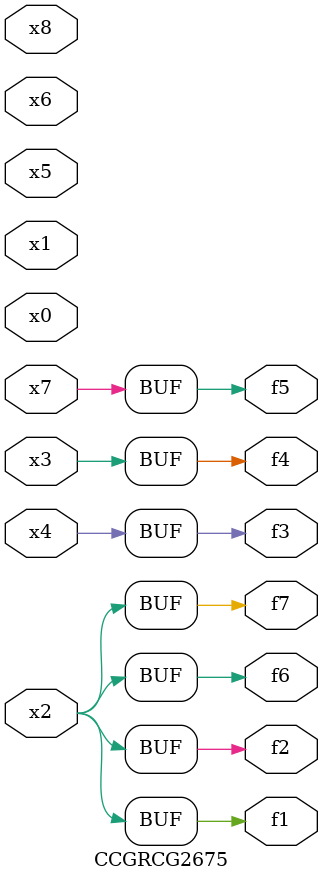
<source format=v>
module CCGRCG2675(
	input x0, x1, x2, x3, x4, x5, x6, x7, x8,
	output f1, f2, f3, f4, f5, f6, f7
);
	assign f1 = x2;
	assign f2 = x2;
	assign f3 = x4;
	assign f4 = x3;
	assign f5 = x7;
	assign f6 = x2;
	assign f7 = x2;
endmodule

</source>
